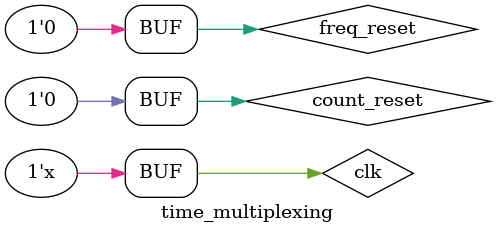
<source format=sv>
`timescale 1ns / 1ps

module time_multiplexing();
    
    logic clk, freq_reset, count_reset;
    logic [6:0]SevenSeg;
    logic [3:0]out_display;

logic clk_30, clk_1;

    Clock_divider_mod#(.FREC_OUT(1.0)) Freq1(
                .clk_in (clk),
                .clk_out(clk_1),
                .reset(freq_reset)
             );
    Clock_divider_mod#(.FREC_OUT(30.0)) Freq30(
                .clk_in (clk),
                .clk_out(clk_30),
                .reset(freq_reset)
             );
             
logic [1:0] count_2;
            
    nbit_counter#(.N(2)) counter_2_bit(
               .clk(clk_30),
               .reset(count_reset),
               .count(count_2)
               ); 
               
     
    deco_binario_2_cold deco(
                .sel(count_2),
                .y(out_display)
                );    
             
 logic [15:0]count_16;
 
    nbit_counter#(.N(16)) counter_16_bit(
               .clk(clk_1),
               .reset(count_reset),
               .count(count_16)
               );
         /*           
assign [3:0]BCD_1 = count_16[3:0];
assign [3:0]BCD_2 = count_16[7:4];
assign [3:0]BCD_3 = count_16[11:8];
assign [3:0]BCD_4 = count_16[15:12];
*/

logic [3:0]BCD_1, BCD_2, BCD_3, BCD_4;

assign BCD_1 = count_16[3:0];
assign BCD_2 = count_16[7:4];
assign BCD_3 = count_16[11:8];
assign BCD_4 = count_16[15:12];

logic [3:0]sevenSeg_in;

    mux_4_1 mux_4_1(
         .A(BCD_1),
         .B(BCD_2),
         .C(BCD_3),
         .D(BCD_4),
         .sel(count_2),
         .out(sevenSeg_in)
         );  
         
    BCD_to_sevenSeg_inv sevenSeg(
        .BCD_in(sevenSeg_in),
        .sevenSeg(SevenSeg)
        );
      always #5 clk=~clk; //10ns: 100 MHz
      initial begin
        clk = 0;
        freq_reset = 1;
        count_reset = 1;
        #20 freq_reset = 0; 
        #600 count_reset = 0;
      end    
      

endmodule

</source>
